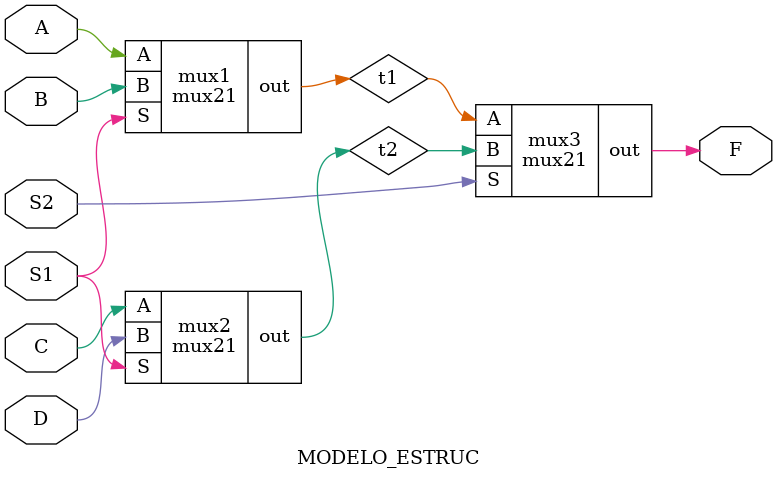
<source format=v>
    `timescale 1ns / 1ps
    
    module mux21(
        input A,
        input B,
        input S,
        output out
        );
        reg temp;
        
        always@(*) begin
            case (S)
                1'b0: temp = A;
                1'b1: temp = B;
            endcase
        end
        assign out = temp;
    endmodule
    
    module MODELO_ESTRUC(
            input A,
            input B,
            input S1,
            input C,
            input D,
            input S2,
            output F
            );
            
            wire t1, t2;
            
            // Mapeo Implicito //
            mux21 mux1(A, B, S1, t1);
     
            // Mapeo Implicito //
            mux21 mux2(C, D, S1, t2);
            
            // Mapeo Implicito //
            mux21 mux3(t1, t2, S2, F);
           
    endmodule

</source>
